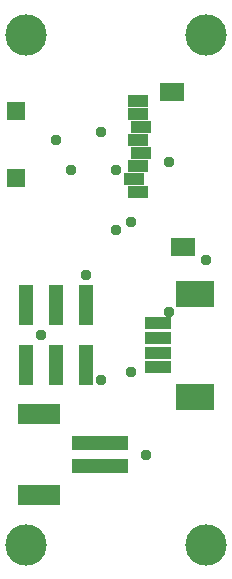
<source format=gbr>
G04 EAGLE Gerber RS-274X export*
G75*
%MOMM*%
%FSLAX34Y34*%
%LPD*%
%INSoldermask Bottom*%
%IPPOS*%
%AMOC8*
5,1,8,0,0,1.08239X$1,22.5*%
G01*
%ADD10C,3.505200*%
%ADD11R,4.803200X1.203200*%
%ADD12R,3.603200X1.803200*%
%ADD13R,1.703200X1.003200*%
%ADD14R,2.103200X1.603200*%
%ADD15R,1.603200X1.503200*%
%ADD16R,1.203200X3.373200*%
%ADD17R,2.203200X1.003200*%
%ADD18R,3.203200X2.303200*%
%ADD19C,0.959600*%


D10*
X-215900Y-279400D03*
X-63500Y-279400D03*
X-63500Y152400D03*
X-215900Y152400D03*
D11*
X-153500Y-193200D03*
X-153500Y-213200D03*
D12*
X-205500Y-169200D03*
X-205500Y-237200D03*
D13*
X-120900Y18950D03*
X-124900Y29950D03*
X-120900Y40950D03*
X-118900Y51950D03*
X-120900Y62950D03*
X-118900Y73950D03*
X-120900Y84950D03*
X-120900Y95950D03*
D14*
X-82900Y-27650D03*
X-92900Y103850D03*
D15*
X-224400Y87850D03*
X-224400Y30850D03*
D16*
X-190500Y-127000D03*
X-190500Y-76200D03*
X-165100Y-76200D03*
X-165100Y-127000D03*
X-215900Y-127000D03*
X-215900Y-76200D03*
D17*
X-103994Y-91994D03*
X-103994Y-104494D03*
X-103994Y-116994D03*
X-103994Y-129494D03*
D18*
X-72744Y-66994D03*
X-72744Y-154494D03*
D19*
X-190500Y63500D03*
X-177800Y38100D03*
X-165100Y-50800D03*
X-139700Y38100D03*
X-127000Y-133350D03*
X-152400Y69850D03*
X-139700Y-12700D03*
X-127000Y-6350D03*
X-63500Y-38100D03*
X-95250Y-82550D03*
X-95250Y44450D03*
X-203200Y-101600D03*
X-152400Y-139700D03*
X-114300Y-203200D03*
M02*

</source>
